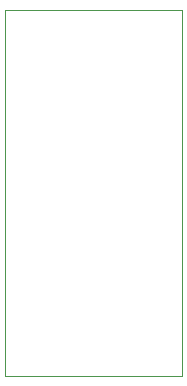
<source format=gm1>
G04 #@! TF.GenerationSoftware,KiCad,Pcbnew,7.0.0-da2b9df05c~163~ubuntu22.04.1*
G04 #@! TF.CreationDate,2023-03-12T19:04:27+00:00*
G04 #@! TF.ProjectId,simpleadapter14m,73696d70-6c65-4616-9461-707465723134,rev?*
G04 #@! TF.SameCoordinates,Original*
G04 #@! TF.FileFunction,Profile,NP*
%FSLAX46Y46*%
G04 Gerber Fmt 4.6, Leading zero omitted, Abs format (unit mm)*
G04 Created by KiCad (PCBNEW 7.0.0-da2b9df05c~163~ubuntu22.04.1) date 2023-03-12 19:04:27*
%MOMM*%
%LPD*%
G01*
G04 APERTURE LIST*
G04 #@! TA.AperFunction,Profile*
%ADD10C,0.100000*%
G04 #@! TD*
G04 APERTURE END LIST*
D10*
X146500000Y-79100000D02*
X161500000Y-79100000D01*
X161500000Y-79100000D02*
X161500000Y-110100000D01*
X161500000Y-110100000D02*
X146500000Y-110100000D01*
X146500000Y-110100000D02*
X146500000Y-79100000D01*
M02*

</source>
